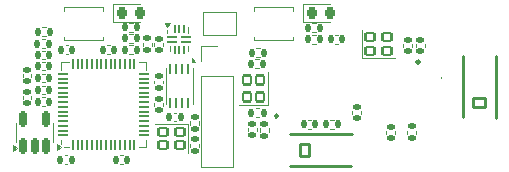
<source format=gbr>
%TF.GenerationSoftware,KiCad,Pcbnew,8.0.4*%
%TF.CreationDate,2024-09-10T22:50:24+02:00*%
%TF.ProjectId,elrs-sim,656c7273-2d73-4696-9d2e-6b696361645f,rev?*%
%TF.SameCoordinates,Original*%
%TF.FileFunction,Legend,Top*%
%TF.FilePolarity,Positive*%
%FSLAX46Y46*%
G04 Gerber Fmt 4.6, Leading zero omitted, Abs format (unit mm)*
G04 Created by KiCad (PCBNEW 8.0.4) date 2024-09-10 22:50:24*
%MOMM*%
%LPD*%
G01*
G04 APERTURE LIST*
G04 Aperture macros list*
%AMRoundRect*
0 Rectangle with rounded corners*
0 $1 Rounding radius*
0 $2 $3 $4 $5 $6 $7 $8 $9 X,Y pos of 4 corners*
0 Add a 4 corners polygon primitive as box body*
4,1,4,$2,$3,$4,$5,$6,$7,$8,$9,$2,$3,0*
0 Add four circle primitives for the rounded corners*
1,1,$1+$1,$2,$3*
1,1,$1+$1,$4,$5*
1,1,$1+$1,$6,$7*
1,1,$1+$1,$8,$9*
0 Add four rect primitives between the rounded corners*
20,1,$1+$1,$2,$3,$4,$5,0*
20,1,$1+$1,$4,$5,$6,$7,0*
20,1,$1+$1,$6,$7,$8,$9,0*
20,1,$1+$1,$8,$9,$2,$3,0*%
%AMFreePoly0*
4,1,6,1.000000,0.000000,0.500000,-0.750000,-0.500000,-0.750000,-0.500000,0.750000,0.500000,0.750000,1.000000,0.000000,1.000000,0.000000,$1*%
%AMFreePoly1*
4,1,6,0.500000,-0.750000,-0.650000,-0.750000,-0.150000,0.000000,-0.650000,0.750000,0.500000,0.750000,0.500000,-0.750000,0.500000,-0.750000,$1*%
G04 Aperture macros list end*
%ADD10C,0.120000*%
%ADD11C,0.100000*%
%ADD12C,0.250000*%
%ADD13RoundRect,0.135000X0.185000X-0.135000X0.185000X0.135000X-0.185000X0.135000X-0.185000X-0.135000X0*%
%ADD14R,0.600000X0.600000*%
%ADD15R,1.450000X0.300000*%
%ADD16RoundRect,0.140000X0.170000X-0.140000X0.170000X0.140000X-0.170000X0.140000X-0.170000X-0.140000X0*%
%ADD17RoundRect,0.218750X-0.218750X-0.256250X0.218750X-0.256250X0.218750X0.256250X-0.218750X0.256250X0*%
%ADD18RoundRect,0.135000X-0.135000X-0.185000X0.135000X-0.185000X0.135000X0.185000X-0.135000X0.185000X0*%
%ADD19RoundRect,0.135000X0.135000X0.185000X-0.135000X0.185000X-0.135000X-0.185000X0.135000X-0.185000X0*%
%ADD20RoundRect,0.140000X0.140000X0.170000X-0.140000X0.170000X-0.140000X-0.170000X0.140000X-0.170000X0*%
%ADD21RoundRect,0.140000X-0.140000X-0.170000X0.140000X-0.170000X0.140000X0.170000X-0.140000X0.170000X0*%
%ADD22RoundRect,0.102000X0.373000X0.323000X-0.373000X0.323000X-0.373000X-0.323000X0.373000X-0.323000X0*%
%ADD23RoundRect,0.102000X0.323000X-0.373000X0.323000X0.373000X-0.323000X0.373000X-0.323000X-0.373000X0*%
%ADD24RoundRect,0.102000X-0.373000X-0.323000X0.373000X-0.323000X0.373000X0.323000X-0.373000X0.323000X0*%
%ADD25RoundRect,0.140000X-0.170000X0.140000X-0.170000X-0.140000X0.170000X-0.140000X0.170000X0.140000X0*%
%ADD26R,1.000000X2.300000*%
%ADD27R,0.300000X0.850000*%
%ADD28R,0.850000X0.300000*%
%ADD29R,2.650000X2.650000*%
%ADD30RoundRect,0.050000X-0.350000X-0.050000X0.350000X-0.050000X0.350000X0.050000X-0.350000X0.050000X0*%
%ADD31RoundRect,0.050000X-0.050000X-0.325000X0.050000X-0.325000X0.050000X0.325000X-0.050000X0.325000X0*%
%ADD32RoundRect,0.135000X-0.185000X0.135000X-0.185000X-0.135000X0.185000X-0.135000X0.185000X0.135000X0*%
%ADD33RoundRect,0.050000X0.050000X-0.387500X0.050000X0.387500X-0.050000X0.387500X-0.050000X-0.387500X0*%
%ADD34RoundRect,0.050000X0.387500X-0.050000X0.387500X0.050000X-0.387500X0.050000X-0.387500X-0.050000X0*%
%ADD35R,3.200000X3.200000*%
%ADD36RoundRect,0.150000X0.150000X-0.512500X0.150000X0.512500X-0.150000X0.512500X-0.150000X-0.512500X0*%
%ADD37RoundRect,0.500000X3.500000X-0.500000X3.500000X0.500000X-3.500000X0.500000X-3.500000X-0.500000X0*%
%ADD38RoundRect,0.500000X3.000000X-0.250000X3.000000X0.250000X-3.000000X0.250000X-3.000000X-0.250000X0*%
%ADD39FreePoly0,180.000000*%
%ADD40FreePoly1,180.000000*%
%ADD41R,0.900000X1.700000*%
%ADD42RoundRect,0.062500X-0.062500X0.387500X-0.062500X-0.387500X0.062500X-0.387500X0.062500X0.387500X0*%
%ADD43R,1.600000X0.200000*%
%ADD44R,1.700000X1.700000*%
%ADD45O,1.700000X1.700000*%
%ADD46RoundRect,0.500000X-3.500000X0.500000X-3.500000X-0.500000X3.500000X-0.500000X3.500000X0.500000X0*%
%ADD47RoundRect,0.500000X-3.000000X0.250000X-3.000000X-0.250000X3.000000X-0.250000X3.000000X0.250000X0*%
%ADD48R,0.300000X0.800000*%
%ADD49R,0.800000X0.300000*%
%ADD50R,3.750000X3.750000*%
%ADD51R,2.300000X1.000000*%
G04 APERTURE END LIST*
D10*
%TO.C,R6*%
X142920000Y-112863641D02*
X142920000Y-112556359D01*
X143680000Y-112863641D02*
X143680000Y-112556359D01*
D11*
%TO.C,ANT1*%
X158300000Y-108213000D02*
X158300000Y-108213000D01*
X158300000Y-108313000D02*
X158300000Y-108313000D01*
X158300000Y-108213000D02*
G75*
G02*
X158300000Y-108313000I0J-50000D01*
G01*
X158300000Y-108313000D02*
G75*
G02*
X158300000Y-108213000I0J50000D01*
G01*
D10*
%TO.C,C18*%
X133990000Y-105557836D02*
X133990000Y-105342164D01*
X134710000Y-105557836D02*
X134710000Y-105342164D01*
%TO.C,D2*%
X130515000Y-102065000D02*
X130515000Y-103535000D01*
X130515000Y-103535000D02*
X132800000Y-103535000D01*
X132800000Y-102065000D02*
X130515000Y-102065000D01*
%TO.C,R10*%
X131846359Y-105520000D02*
X132153641Y-105520000D01*
X131846359Y-106280000D02*
X132153641Y-106280000D01*
%TO.C,R14*%
X124496359Y-104020000D02*
X124803641Y-104020000D01*
X124496359Y-104780000D02*
X124803641Y-104780000D01*
%TO.C,R7*%
X147678641Y-104645000D02*
X147371359Y-104645000D01*
X147678641Y-105405000D02*
X147371359Y-105405000D01*
%TO.C,C1*%
X126627836Y-114840000D02*
X126412164Y-114840000D01*
X126627836Y-115560000D02*
X126412164Y-115560000D01*
%TO.C,C5*%
X135857836Y-111240000D02*
X135642164Y-111240000D01*
X135857836Y-111960000D02*
X135642164Y-111960000D01*
%TO.C,C10*%
X147017164Y-111865000D02*
X147232836Y-111865000D01*
X147017164Y-112585000D02*
X147232836Y-112585000D01*
%TO.C,R11*%
X133020000Y-105603641D02*
X133020000Y-105296359D01*
X133780000Y-105603641D02*
X133780000Y-105296359D01*
%TO.C,C14*%
X131112164Y-114840000D02*
X131327836Y-114840000D01*
X131112164Y-115560000D02*
X131327836Y-115560000D01*
%TO.C,C13*%
X124707836Y-108940000D02*
X124492164Y-108940000D01*
X124707836Y-109660000D02*
X124492164Y-109660000D01*
%TO.C,X1*%
X136825000Y-112225000D02*
X134025000Y-112225000D01*
X136825000Y-114625000D02*
X136825000Y-112225000D01*
%TO.C,X2*%
X141200000Y-110600000D02*
X143600000Y-110600000D01*
X143600000Y-110600000D02*
X143600000Y-107800000D01*
%TO.C,C19*%
X122840000Y-108207836D02*
X122840000Y-107992164D01*
X123560000Y-108207836D02*
X123560000Y-107992164D01*
%TO.C,X3*%
X151550000Y-104200000D02*
X151550000Y-106600000D01*
X151550000Y-106600000D02*
X154350000Y-106600000D01*
%TO.C,C12*%
X141940000Y-112572164D02*
X141940000Y-112787836D01*
X142660000Y-112572164D02*
X142660000Y-112787836D01*
%TO.C,C22*%
X133990000Y-108542164D02*
X133990000Y-108757836D01*
X134710000Y-108542164D02*
X134710000Y-108757836D01*
%TO.C,C21*%
X124727836Y-105990000D02*
X124512164Y-105990000D01*
X124727836Y-106710000D02*
X124512164Y-106710000D01*
D12*
%TO.C,L2*%
X145500000Y-113020000D02*
X150700000Y-113020000D01*
X146320000Y-113890000D02*
X146320000Y-114910000D01*
X146320000Y-114910000D02*
X147080000Y-114910000D01*
X147080000Y-113890000D02*
X146320000Y-113890000D01*
X147080000Y-114910000D02*
X147080000Y-113890000D01*
X150640000Y-115780000D02*
X145440000Y-115780000D01*
%TO.C,IC1*%
X156450000Y-106950000D02*
G75*
G02*
X156200000Y-106950000I-125000J0D01*
G01*
X156200000Y-106950000D02*
G75*
G02*
X156450000Y-106950000I125000J0D01*
G01*
D10*
%TO.C,C6*%
X153640000Y-112792164D02*
X153640000Y-113007836D01*
X154360000Y-112792164D02*
X154360000Y-113007836D01*
%TO.C,R4*%
X137020000Y-114153641D02*
X137020000Y-113846359D01*
X137780000Y-114153641D02*
X137780000Y-113846359D01*
%TO.C,R15*%
X142903641Y-105770000D02*
X142596359Y-105770000D01*
X142903641Y-106530000D02*
X142596359Y-106530000D01*
%TO.C,S1*%
X135100000Y-104465000D02*
X135100000Y-104255000D01*
X135340000Y-106035000D02*
X135340000Y-105585000D01*
X136860000Y-104015000D02*
X136860000Y-104465000D01*
X136860000Y-106035000D02*
X136860000Y-105585000D01*
X135100000Y-104015000D02*
X134860000Y-103685000D01*
X135340000Y-103685000D01*
X135100000Y-104015000D01*
G36*
X135100000Y-104015000D02*
G01*
X134860000Y-103685000D01*
X135340000Y-103685000D01*
X135100000Y-104015000D01*
G37*
%TO.C,R2*%
X155420000Y-112746359D02*
X155420000Y-113053641D01*
X156180000Y-112746359D02*
X156180000Y-113053641D01*
%TO.C,C4*%
X124712836Y-109940000D02*
X124497164Y-109940000D01*
X124712836Y-110660000D02*
X124497164Y-110660000D01*
%TO.C,R8*%
X147346359Y-103645000D02*
X147653641Y-103645000D01*
X147346359Y-104405000D02*
X147653641Y-104405000D01*
%TO.C,U1*%
X126090000Y-106940000D02*
X126740000Y-106940000D01*
X126090000Y-107590000D02*
X126090000Y-106940000D01*
X126090000Y-113510000D02*
X126090000Y-113860000D01*
X126740000Y-114160000D02*
X126330000Y-114160000D01*
X133310000Y-106940000D02*
X132660000Y-106940000D01*
X133310000Y-107590000D02*
X133310000Y-106940000D01*
X133310000Y-113510000D02*
X133310000Y-114160000D01*
X133310000Y-114160000D02*
X132660000Y-114160000D01*
X126090000Y-114160000D02*
X125760000Y-114400000D01*
X125760000Y-113920000D01*
X126090000Y-114160000D01*
G36*
X126090000Y-114160000D02*
G01*
X125760000Y-114400000D01*
X125760000Y-113920000D01*
X126090000Y-114160000D01*
G37*
%TO.C,PS1*%
X122290000Y-112950000D02*
X122290000Y-112150000D01*
X122290000Y-112950000D02*
X122290000Y-113750000D01*
X125410000Y-112950000D02*
X125410000Y-112150000D01*
X125410000Y-112950000D02*
X125410000Y-113750000D01*
X122340000Y-114250000D02*
X122010000Y-114490000D01*
X122010000Y-114010000D01*
X122340000Y-114250000D01*
G36*
X122340000Y-114250000D02*
G01*
X122010000Y-114490000D01*
X122010000Y-114010000D01*
X122340000Y-114250000D01*
G37*
%TO.C,R16*%
X137020000Y-112253641D02*
X137020000Y-111946359D01*
X137780000Y-112253641D02*
X137780000Y-111946359D01*
%TO.C,C2*%
X124707836Y-107940000D02*
X124492164Y-107940000D01*
X124707836Y-108660000D02*
X124492164Y-108660000D01*
%TO.C,R13*%
X124446359Y-105020000D02*
X124753641Y-105020000D01*
X124446359Y-105780000D02*
X124753641Y-105780000D01*
%TO.C,JP1*%
X138100000Y-102700000D02*
X140900000Y-102700000D01*
X138100000Y-104700000D02*
X138100000Y-102700000D01*
X140900000Y-102700000D02*
X140900000Y-104700000D01*
X140900000Y-104700000D02*
X138100000Y-104700000D01*
%TO.C,C9*%
X150765000Y-111097164D02*
X150765000Y-111312836D01*
X151485000Y-111097164D02*
X151485000Y-111312836D01*
%TO.C,C20*%
X122840000Y-109842164D02*
X122840000Y-110057836D01*
X123560000Y-109842164D02*
X123560000Y-110057836D01*
%TO.C,C16*%
X124707836Y-106940000D02*
X124492164Y-106940000D01*
X124707836Y-107660000D02*
X124492164Y-107660000D01*
%TO.C,R3*%
X142843641Y-106720000D02*
X142536359Y-106720000D01*
X142843641Y-107480000D02*
X142536359Y-107480000D01*
%TO.C,SW2*%
X126350000Y-102300000D02*
X129650000Y-102300000D01*
X126350000Y-102600000D02*
X126350000Y-102300000D01*
X126350000Y-104800000D02*
X126350000Y-105100000D01*
X126350000Y-105100000D02*
X129650000Y-105100000D01*
X129650000Y-102300000D02*
X129650000Y-102600000D01*
X129650000Y-105100000D02*
X129650000Y-104800000D01*
%TO.C,R5*%
X142571359Y-110845000D02*
X142878641Y-110845000D01*
X142571359Y-111605000D02*
X142878641Y-111605000D01*
%TO.C,U2*%
X134965000Y-107475000D02*
X134965000Y-110475000D01*
X137235000Y-107475000D02*
X137235000Y-110475000D01*
X137430000Y-106925000D02*
X137150000Y-106925000D01*
X137150000Y-106645000D01*
X137430000Y-106925000D01*
G36*
X137430000Y-106925000D02*
G01*
X137150000Y-106925000D01*
X137150000Y-106645000D01*
X137430000Y-106925000D01*
G37*
%TO.C,C15*%
X133990000Y-110442164D02*
X133990000Y-110657836D01*
X134710000Y-110442164D02*
X134710000Y-110657836D01*
%TO.C,C7*%
X155065000Y-105417164D02*
X155065000Y-105632836D01*
X155785000Y-105417164D02*
X155785000Y-105632836D01*
%TO.C,D1*%
X146615000Y-102065000D02*
X146615000Y-103535000D01*
X146615000Y-103535000D02*
X148900000Y-103535000D01*
X148900000Y-102065000D02*
X146615000Y-102065000D01*
%TO.C,R1*%
X148871359Y-111845000D02*
X149178641Y-111845000D01*
X148871359Y-112605000D02*
X149178641Y-112605000D01*
%TO.C,C17*%
X126687836Y-105540000D02*
X126472164Y-105540000D01*
X126687836Y-106260000D02*
X126472164Y-106260000D01*
%TO.C,C11*%
X149317164Y-104665000D02*
X149532836Y-104665000D01*
X149317164Y-105385000D02*
X149532836Y-105385000D01*
%TO.C,J2*%
X137970000Y-105570000D02*
X139300000Y-105570000D01*
X137970000Y-106900000D02*
X137970000Y-105570000D01*
X137970000Y-108170000D02*
X137970000Y-115850000D01*
X137970000Y-108170000D02*
X140630000Y-108170000D01*
X137970000Y-115850000D02*
X140630000Y-115850000D01*
X140630000Y-108170000D02*
X140630000Y-115850000D01*
%TO.C,C8*%
X156165000Y-105417164D02*
X156165000Y-105632836D01*
X156885000Y-105417164D02*
X156885000Y-105632836D01*
%TO.C,SW1*%
X142450000Y-102300000D02*
X142450000Y-102600000D01*
X142450000Y-105100000D02*
X142450000Y-104800000D01*
X145750000Y-102300000D02*
X142450000Y-102300000D01*
X145750000Y-102600000D02*
X145750000Y-102300000D01*
X145750000Y-104800000D02*
X145750000Y-105100000D01*
X145750000Y-105100000D02*
X142450000Y-105100000D01*
D12*
%TO.C,IC2*%
X144450000Y-111525000D02*
G75*
G02*
X144200000Y-111525000I-125000J0D01*
G01*
X144200000Y-111525000D02*
G75*
G02*
X144450000Y-111525000I125000J0D01*
G01*
%TO.C,L1*%
X160120000Y-111600000D02*
X160120000Y-106400000D01*
X160990000Y-110020000D02*
X160990000Y-110780000D01*
X160990000Y-110780000D02*
X162010000Y-110780000D01*
X162010000Y-110020000D02*
X160990000Y-110020000D01*
X162010000Y-110780000D02*
X162010000Y-110020000D01*
X162880000Y-106460000D02*
X162880000Y-111660000D01*
D10*
%TO.C,C3*%
X130227836Y-105540000D02*
X130012164Y-105540000D01*
X130227836Y-106260000D02*
X130012164Y-106260000D01*
%TO.C,R12*%
X132143641Y-104570000D02*
X131836359Y-104570000D01*
X132143641Y-105330000D02*
X131836359Y-105330000D01*
%TO.C,R9*%
X132153641Y-103620000D02*
X131846359Y-103620000D01*
X132153641Y-104380000D02*
X131846359Y-104380000D01*
%TD*%
%LPC*%
D13*
%TO.C,R6*%
X143300000Y-113220000D03*
X143300000Y-112200000D03*
%TD*%
D14*
%TO.C,ANT1*%
X158300000Y-109100000D03*
D15*
X158300000Y-109713000D03*
D14*
X158300000Y-110326000D03*
%TD*%
D16*
%TO.C,C18*%
X134350000Y-105930000D03*
X134350000Y-104970000D03*
%TD*%
D17*
%TO.C,D2*%
X131212500Y-102800000D03*
X132787500Y-102800000D03*
%TD*%
D18*
%TO.C,R10*%
X131490000Y-105900000D03*
X132510000Y-105900000D03*
%TD*%
%TO.C,R14*%
X124140000Y-104400000D03*
X125160000Y-104400000D03*
%TD*%
D19*
%TO.C,R7*%
X148035000Y-105025000D03*
X147015000Y-105025000D03*
%TD*%
D20*
%TO.C,C1*%
X127000000Y-115200000D03*
X126040000Y-115200000D03*
%TD*%
%TO.C,C5*%
X136230000Y-111600000D03*
X135270000Y-111600000D03*
%TD*%
D21*
%TO.C,C10*%
X146645000Y-112225000D03*
X147605000Y-112225000D03*
%TD*%
D13*
%TO.C,R11*%
X133400000Y-105960000D03*
X133400000Y-104940000D03*
%TD*%
D21*
%TO.C,C14*%
X130740000Y-115200000D03*
X131700000Y-115200000D03*
%TD*%
D20*
%TO.C,C13*%
X125080000Y-109300000D03*
X124120000Y-109300000D03*
%TD*%
D22*
%TO.C,X1*%
X136150000Y-112850000D03*
X134700000Y-112850000D03*
X134700000Y-114000000D03*
X136150000Y-114000000D03*
%TD*%
D23*
%TO.C,X2*%
X142975000Y-109925000D03*
X142975000Y-108475000D03*
X141825000Y-108475000D03*
X141825000Y-109925000D03*
%TD*%
D16*
%TO.C,C19*%
X123200000Y-108580000D03*
X123200000Y-107620000D03*
%TD*%
D24*
%TO.C,X3*%
X152225000Y-105975000D03*
X153675000Y-105975000D03*
X153675000Y-104825000D03*
X152225000Y-104825000D03*
%TD*%
D25*
%TO.C,C12*%
X142300000Y-112200000D03*
X142300000Y-113160000D03*
%TD*%
%TO.C,C22*%
X134350000Y-108170000D03*
X134350000Y-109130000D03*
%TD*%
D20*
%TO.C,C21*%
X125100000Y-106350000D03*
X124140000Y-106350000D03*
%TD*%
D26*
%TO.C,L2*%
X145560000Y-114400000D03*
X150640000Y-114400000D03*
%TD*%
D27*
%TO.C,IC1*%
X155575000Y-107375000D03*
X155075000Y-107375000D03*
X154575000Y-107375000D03*
X154075000Y-107375000D03*
X153575000Y-107375000D03*
X153075000Y-107375000D03*
D28*
X152375000Y-108075000D03*
X152375000Y-108575000D03*
X152375000Y-109075000D03*
X152375000Y-109575000D03*
X152375000Y-110075000D03*
X152375000Y-110575000D03*
D27*
X153075000Y-111275000D03*
X153575000Y-111275000D03*
X154075000Y-111275000D03*
X154575000Y-111275000D03*
X155075000Y-111275000D03*
X155575000Y-111275000D03*
D28*
X156275000Y-110575000D03*
X156275000Y-110075000D03*
X156275000Y-109575000D03*
X156275000Y-109075000D03*
X156275000Y-108575000D03*
X156275000Y-108075000D03*
D29*
X154325000Y-109325000D03*
%TD*%
D25*
%TO.C,C6*%
X154000000Y-112420000D03*
X154000000Y-113380000D03*
%TD*%
D13*
%TO.C,R4*%
X137400000Y-114510000D03*
X137400000Y-113490000D03*
%TD*%
D19*
%TO.C,R15*%
X143260000Y-106150000D03*
X142240000Y-106150000D03*
%TD*%
D30*
%TO.C,S1*%
X135500000Y-104825000D03*
X135500000Y-105225000D03*
D31*
X135700000Y-105900000D03*
X136100000Y-105900000D03*
X136500000Y-105900000D03*
D30*
X136700000Y-105225000D03*
X136700000Y-104825000D03*
D31*
X136500000Y-104150000D03*
X136100000Y-104150000D03*
X135700000Y-104150000D03*
%TD*%
D32*
%TO.C,R2*%
X155800000Y-112390000D03*
X155800000Y-113410000D03*
%TD*%
D20*
%TO.C,C4*%
X125085000Y-110300000D03*
X124125000Y-110300000D03*
%TD*%
D18*
%TO.C,R8*%
X146990000Y-104025000D03*
X148010000Y-104025000D03*
%TD*%
D33*
%TO.C,U1*%
X127100000Y-113987500D03*
X127500000Y-113987500D03*
X127900000Y-113987500D03*
X128300000Y-113987500D03*
X128700000Y-113987500D03*
X129100000Y-113987500D03*
X129500000Y-113987500D03*
X129900000Y-113987500D03*
X130300000Y-113987500D03*
X130700000Y-113987500D03*
X131100000Y-113987500D03*
X131500000Y-113987500D03*
X131900000Y-113987500D03*
X132300000Y-113987500D03*
D34*
X133137500Y-113150000D03*
X133137500Y-112750000D03*
X133137500Y-112350000D03*
X133137500Y-111950000D03*
X133137500Y-111550000D03*
X133137500Y-111150000D03*
X133137500Y-110750000D03*
X133137500Y-110350000D03*
X133137500Y-109950000D03*
X133137500Y-109550000D03*
X133137500Y-109150000D03*
X133137500Y-108750000D03*
X133137500Y-108350000D03*
X133137500Y-107950000D03*
D33*
X132300000Y-107112500D03*
X131900000Y-107112500D03*
X131500000Y-107112500D03*
X131100000Y-107112500D03*
X130700000Y-107112500D03*
X130300000Y-107112500D03*
X129900000Y-107112500D03*
X129500000Y-107112500D03*
X129100000Y-107112500D03*
X128700000Y-107112500D03*
X128300000Y-107112500D03*
X127900000Y-107112500D03*
X127500000Y-107112500D03*
X127100000Y-107112500D03*
D34*
X126262500Y-107950000D03*
X126262500Y-108350000D03*
X126262500Y-108750000D03*
X126262500Y-109150000D03*
X126262500Y-109550000D03*
X126262500Y-109950000D03*
X126262500Y-110350000D03*
X126262500Y-110750000D03*
X126262500Y-111150000D03*
X126262500Y-111550000D03*
X126262500Y-111950000D03*
X126262500Y-112350000D03*
X126262500Y-112750000D03*
X126262500Y-113150000D03*
D35*
X129700000Y-110550000D03*
%TD*%
D36*
%TO.C,PS1*%
X122900000Y-114087500D03*
X123850000Y-114087500D03*
X124800000Y-114087500D03*
X124800000Y-111812500D03*
X122900000Y-111812500D03*
%TD*%
D13*
%TO.C,R16*%
X137400000Y-112610000D03*
X137400000Y-111590000D03*
%TD*%
D20*
%TO.C,C2*%
X125080000Y-108300000D03*
X124120000Y-108300000D03*
%TD*%
D18*
%TO.C,R13*%
X124090000Y-105400000D03*
X125110000Y-105400000D03*
%TD*%
D37*
%TO.C,J1*%
X116500000Y-112525000D03*
D38*
X117000000Y-110075000D03*
X117000000Y-108025000D03*
D37*
X116500000Y-105575000D03*
%TD*%
D39*
%TO.C,JP1*%
X140225000Y-103700000D03*
D40*
X138775000Y-103700000D03*
%TD*%
D25*
%TO.C,C9*%
X151125000Y-110725000D03*
X151125000Y-111685000D03*
%TD*%
%TO.C,C20*%
X123200000Y-109470000D03*
X123200000Y-110430000D03*
%TD*%
D20*
%TO.C,C16*%
X125080000Y-107300000D03*
X124120000Y-107300000D03*
%TD*%
D19*
%TO.C,R3*%
X143200000Y-107100000D03*
X142180000Y-107100000D03*
%TD*%
D41*
%TO.C,SW2*%
X126300000Y-103700000D03*
X129700000Y-103700000D03*
%TD*%
D18*
%TO.C,R5*%
X142215000Y-111225000D03*
X143235000Y-111225000D03*
%TD*%
D42*
%TO.C,U2*%
X136850000Y-107550000D03*
X136350000Y-107550000D03*
X135850000Y-107550000D03*
X135350000Y-107550000D03*
X135350000Y-110400000D03*
X135850000Y-110400000D03*
X136350000Y-110400000D03*
X136850000Y-110400000D03*
D43*
X136100000Y-108975000D03*
%TD*%
D25*
%TO.C,C15*%
X134350000Y-110070000D03*
X134350000Y-111030000D03*
%TD*%
%TO.C,C7*%
X155425000Y-105045000D03*
X155425000Y-106005000D03*
%TD*%
D17*
%TO.C,D1*%
X147312500Y-102800000D03*
X148887500Y-102800000D03*
%TD*%
D18*
%TO.C,R1*%
X148515000Y-112225000D03*
X149535000Y-112225000D03*
%TD*%
D20*
%TO.C,C17*%
X127060000Y-105900000D03*
X126100000Y-105900000D03*
%TD*%
D21*
%TO.C,C11*%
X148945000Y-105025000D03*
X149905000Y-105025000D03*
%TD*%
D44*
%TO.C,J2*%
X139300000Y-106900000D03*
D45*
X139300000Y-109440000D03*
X139300000Y-111980000D03*
X139300000Y-114520000D03*
%TD*%
D25*
%TO.C,C8*%
X156525000Y-105045000D03*
X156525000Y-106005000D03*
%TD*%
D46*
%TO.C,J3*%
X169000000Y-105500000D03*
D47*
X168500000Y-107950000D03*
X168500000Y-110000000D03*
D46*
X169000000Y-112450000D03*
%TD*%
D41*
%TO.C,SW1*%
X145800000Y-103700000D03*
X142400000Y-103700000D03*
%TD*%
D48*
%TO.C,IC2*%
X145075000Y-111125000D03*
X145575000Y-111125000D03*
X146075000Y-111125000D03*
X146575000Y-111125000D03*
X147075000Y-111125000D03*
X147575000Y-111125000D03*
X148075000Y-111125000D03*
X148575000Y-111125000D03*
D49*
X149325000Y-110375000D03*
X149325000Y-109875000D03*
X149325000Y-109375000D03*
X149325000Y-108875000D03*
X149325000Y-108375000D03*
X149325000Y-107875000D03*
X149325000Y-107375000D03*
X149325000Y-106875000D03*
D48*
X148575000Y-106125000D03*
X148075000Y-106125000D03*
X147575000Y-106125000D03*
X147075000Y-106125000D03*
X146575000Y-106125000D03*
X146075000Y-106125000D03*
X145575000Y-106125000D03*
X145075000Y-106125000D03*
D49*
X144325000Y-106875000D03*
X144325000Y-107375000D03*
X144325000Y-107875000D03*
X144325000Y-108375000D03*
X144325000Y-108875000D03*
X144325000Y-109375000D03*
X144325000Y-109875000D03*
X144325000Y-110375000D03*
D50*
X146825000Y-108625000D03*
%TD*%
D51*
%TO.C,L1*%
X161500000Y-111540000D03*
X161500000Y-106460000D03*
%TD*%
D20*
%TO.C,C3*%
X130600000Y-105900000D03*
X129640000Y-105900000D03*
%TD*%
D19*
%TO.C,R12*%
X132500000Y-104950000D03*
X131480000Y-104950000D03*
%TD*%
%TO.C,R9*%
X132510000Y-104000000D03*
X131490000Y-104000000D03*
%TD*%
%LPD*%
M02*

</source>
